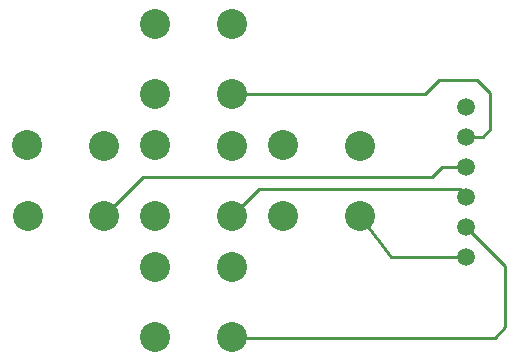
<source format=gtl>
G04 Layer: TopLayer*
G04 EasyEDA v6.5.40, 2024-04-09 13:00:43*
G04 4fed56741cb74346b3e77f28756fcebd,df7e7e3c38a3447abd37b529b333d242,10*
G04 Gerber Generator version 0.2*
G04 Scale: 100 percent, Rotated: No, Reflected: No *
G04 Dimensions in millimeters *
G04 leading zeros omitted , absolute positions ,4 integer and 5 decimal *
%FSLAX45Y45*%
%MOMM*%

%ADD10C,0.2540*%
%ADD11C,2.5400*%
%ADD12C,1.5000*%

%LPD*%
D10*
X5029200Y8102600D02*
G01*
X4826000Y8102600D01*
X4737100Y8013700D01*
X2291588Y8013700D01*
X1965959Y7688326D01*
X5029200Y7594600D02*
G01*
X5359400Y7264400D01*
X5359400Y6743700D01*
X5270500Y6654800D01*
X3052572Y6654800D01*
X3047796Y6659575D01*
X5029200Y7848600D02*
G01*
X5029200Y7861300D01*
X4978400Y7912100D01*
X3271596Y7912100D01*
X3047796Y7688300D01*
X4129481Y7688275D02*
G01*
X4129481Y7688275D01*
X4394200Y7340600D01*
X5029200Y7340600D01*
X3047796Y8717000D02*
G01*
X4678400Y8717000D01*
X4800600Y8839200D01*
X5118100Y8839200D01*
X5232400Y8724900D01*
X5232400Y8420100D01*
X5168900Y8356600D01*
X5029200Y8356600D01*
D11*
G01*
X2395804Y7258583D03*
G01*
X2398801Y6659575D03*
G01*
X3047796Y7252563D03*
G01*
X3047796Y6659575D03*
G01*
X1314094Y8287308D03*
G01*
X1317091Y7688300D03*
G01*
X1966086Y8281288D03*
G01*
X1966086Y7688300D03*
G01*
X2395804Y8287308D03*
G01*
X2398801Y7688300D03*
G01*
X3047796Y8281288D03*
G01*
X3047796Y7688300D03*
G01*
X3477488Y8287283D03*
G01*
X3480485Y7688275D03*
G01*
X4129481Y8281263D03*
G01*
X4129481Y7688275D03*
G01*
X2395804Y9316008D03*
G01*
X2398801Y8717000D03*
G01*
X3047796Y9309988D03*
G01*
X3047796Y8717000D03*
D12*
G01*
X5029200Y7340600D03*
G01*
X5029200Y7594600D03*
G01*
X5029200Y7848600D03*
G01*
X5029200Y8102600D03*
G01*
X5029200Y8356600D03*
G01*
X5029200Y8610600D03*
M02*

</source>
